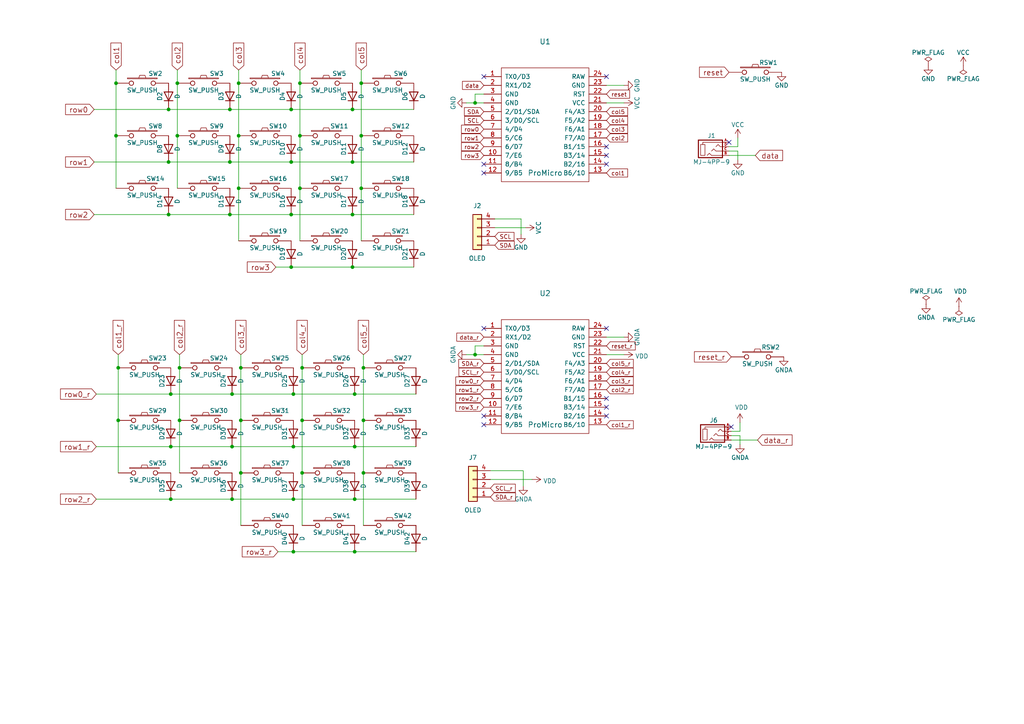
<source format=kicad_sch>
(kicad_sch (version 20211123) (generator eeschema)
  (paper "A4")
  (title_block (title "Corne Light") (date "2020-10-13") (rev "2.0") (company "foostan"))
  (lib_symbols
    (symbol "Connector_Generic:Conn_01x04" (pin_names (offset 1.016) hide)
      (property "Reference" "J" (at 0 5.08 0))
      (property "Value" "Conn_01x04" (at 0 -7.62 0))
      (symbol "Conn_01x04_1_1"
        (rectangle (start -1.27 -4.953) (end 0 -5.207) (stroke (width 0.1524)))
        (rectangle (start -1.27 -2.413) (end 0 -2.667) (stroke (width 0.1524)))
        (rectangle (start -1.27 0.127) (end 0 -0.127) (stroke (width 0.1524)))
        (rectangle (start -1.27 2.667) (end 0 2.413) (stroke (width 0.1524)))
        (rectangle (start -1.27 3.81) (end 1.27 -6.35) (stroke (width 0.254)) (fill (type background)))
        (pin passive line (at -5.08 2.54 0) (length 3.81) (name "Pin_1") (number "1"))
        (pin passive line (at -5.08 0 0) (length 3.81) (name "Pin_2") (number "2"))
        (pin passive line (at -5.08 -2.54 0) (length 3.81) (name "Pin_3") (number "3"))
        (pin passive line (at -5.08 -5.08 0) (length 3.81) (name "Pin_4") (number "4"))
      )
    )
    (symbol "Device:D" (pin_numbers hide) (pin_names (offset 1.016) hide)
      (property "Reference" "D" (at 0 2.54 0))
      (property "Value" "D" (at 0 -2.54 0))
      (symbol "D_0_1"
        (polyline (pts (xy -1.27 1.27) (xy -1.27 -1.27)) (stroke (width 0.254)))
        (polyline (pts (xy 1.27 0) (xy -1.27 0)))
        (polyline (pts (xy 1.27 1.27) (xy 1.27 -1.27) (xy -1.27 0) (xy 1.27 1.27)) (stroke (width 0.254)))
      )
      (symbol "D_1_1"
        (pin passive line (at -3.81 0 0) (length 2.54) (name "K") (number "1"))
        (pin passive line (at 3.81 0 180) (length 2.54) (name "A") (number "2"))
      )
    )
    (symbol "kbd:MJ-4PP-9" (pin_names (offset 1.016))
      (property "Reference" "J" (at 0 3.81 0))
      (property "Value" "MJ-4PP-9" (at 0 -3.81 0))
      (symbol "MJ-4PP-9_0_1"
        (rectangle (start -1.905 -1.905) (end -3.175 1.27))
        (polyline (pts (xy -2.54 1.27) (xy -2.54 1.905) (xy 3.175 1.905)))
        (polyline (pts (xy -1.27 -1.905) (xy -0.635 -1.27) (xy 0 -1.905) (xy 3.175 -1.905)))
        (polyline (pts (xy 0 -0.635) (xy 0.635 0) (xy 1.27 -0.635) (xy 3.175 -0.635)))
        (polyline (pts (xy 1.27 0.635) (xy 1.905 1.27) (xy 2.54 0.635) (xy 3.175 0.635)))
        (rectangle (start 3.175 2.54) (end -3.81 -2.54) (stroke (width 0.3048)))
      )
      (symbol "MJ-4PP-9_1_1"
        (pin input line (at 5.08 1.905 180) (length 2.0066) (name "~") (number "A"))
        (pin input line (at 5.08 -1.905 180) (length 2.0066) (name "~") (number "B"))
        (pin input line (at 5.08 -0.635 180) (length 2.0066) (name "~") (number "C"))
        (pin input line (at 5.08 0.635 180) (length 2.0066) (name "~") (number "D"))
      )
    )
    (symbol "kbd:ProMicro" (pin_names (offset 1.016))
      (property "Reference" "U" (at 0 19.05 0))
      (property "Value" "ProMicro" (at 0 -19.05 0))
      (symbol "ProMicro_0_1"
        (rectangle (start -12.7 16.51) (end 12.7 -16.51))
      )
      (symbol "ProMicro_1_1"
        (pin bidirectional line (at -17.78 13.97 0) (length 5.08) (name "TX0/D3") (number "1"))
        (pin bidirectional line (at -17.78 -8.89 0) (length 5.08) (name "7/E6") (number "10"))
        (pin bidirectional line (at -17.78 -11.43 0) (length 5.08) (name "8/B4") (number "11"))
        (pin bidirectional line (at -17.78 -13.97 0) (length 5.08) (name "9/B5") (number "12"))
        (pin bidirectional line (at 17.78 -13.97 180) (length 5.08) (name "B6/10") (number "13"))
        (pin bidirectional line (at 17.78 -11.43 180) (length 5.08) (name "B2/16") (number "14"))
        (pin bidirectional line (at 17.78 -8.89 180) (length 5.08) (name "B3/14") (number "15"))
        (pin bidirectional line (at 17.78 -6.35 180) (length 5.08) (name "B1/15") (number "16"))
        (pin bidirectional line (at 17.78 -3.81 180) (length 5.08) (name "F7/A0") (number "17"))
        (pin bidirectional line (at 17.78 -1.27 180) (length 5.08) (name "F6/A1") (number "18"))
        (pin bidirectional line (at 17.78 1.27 180) (length 5.08) (name "F5/A2") (number "19"))
        (pin bidirectional line (at -17.78 11.43 0) (length 5.08) (name "RX1/D2") (number "2"))
        (pin bidirectional line (at 17.78 3.81 180) (length 5.08) (name "F4/A3") (number "20"))
        (pin power_in line (at 17.78 6.35 180) (length 5.08) (name "VCC") (number "21"))
        (pin input line (at 17.78 8.89 180) (length 5.08) (name "RST") (number "22"))
        (pin power_in line (at 17.78 11.43 180) (length 5.08) (name "GND") (number "23"))
        (pin power_out line (at 17.78 13.97 180) (length 5.08) (name "RAW") (number "24"))
        (pin power_in line (at -17.78 8.89 0) (length 5.08) (name "GND") (number "3"))
        (pin power_in line (at -17.78 6.35 0) (length 5.08) (name "GND") (number "4"))
        (pin bidirectional line (at -17.78 3.81 0) (length 5.08) (name "2/D1/SDA") (number "5"))
        (pin bidirectional line (at -17.78 1.27 0) (length 5.08) (name "3/D0/SCL") (number "6"))
        (pin bidirectional line (at -17.78 -1.27 0) (length 5.08) (name "4/D4") (number "7"))
        (pin bidirectional line (at -17.78 -3.81 0) (length 5.08) (name "5/C6") (number "8"))
        (pin bidirectional line (at -17.78 -6.35 0) (length 5.08) (name "6/D7") (number "9"))
      )
    )
    (symbol "kbd:SW_PUSH" (pin_numbers hide) (pin_names (offset 1.016) hide)
      (property "Reference" "SW" (at 3.81 2.794 0))
      (property "Value" "SW_PUSH" (at 0 -2.032 0))
      (symbol "SW_PUSH_0_1"
        (rectangle (start -4.318 1.27) (end 4.318 1.524))
        (polyline (pts (xy -1.016 1.524) (xy -0.762 2.286) (xy 0.762 2.286) (xy 1.016 1.524)))
        (pin passive inverted (at -7.62 0 0) (length 5.08) (name "1") (number "1"))
        (pin passive inverted (at 7.62 0 180) (length 5.08) (name "2") (number "2"))
      )
    )
    (symbol "power:GND" (power) (pin_names (offset 0))
      (property "Value" "GND" (at 0 -3.81 0))
      (symbol "GND_0_1"
        (polyline (pts (xy 0 0) (xy 0 -1.27) (xy 1.27 -1.27) (xy 0 -2.54) (xy -1.27 -1.27) (xy 0 -1.27)))
      )
      (symbol "GND_1_1"
        (pin power_in line (at 0 0 270) (length 0) hide (name "GND") (number "1"))
      )
    )
    (symbol "power:GNDA" (power) (pin_names (offset 0))
      (property "Value" "GNDA" (at 0 -3.81 0))
      (symbol "GNDA_0_1"
        (polyline (pts (xy 0 0) (xy 0 -1.27) (xy 1.27 -1.27) (xy 0 -2.54) (xy -1.27 -1.27) (xy 0 -1.27)))
      )
      (symbol "GNDA_1_1"
        (pin power_in line (at 0 0 270) (length 0) hide (name "GNDA") (number "1"))
      )
    )
    (symbol "power:PWR_FLAG" (power) (pin_numbers hide) (pin_names (offset 0) hide)
      (property "Value" "PWR_FLAG" (at 0 3.81 0))
      (symbol "PWR_FLAG_0_0"
        (pin power_out line (at 0 0 90) (length 0) (name "pwr") (number "1"))
      )
      (symbol "PWR_FLAG_0_1"
        (polyline (pts (xy 0 0) (xy 0 1.27) (xy -1.016 1.905) (xy 0 2.54) (xy 1.016 1.905) (xy 0 1.27)))
      )
    )
    (symbol "power:VCC" (power) (pin_names (offset 0))
      (property "Value" "VCC" (at 0 3.81 0))
      (symbol "VCC_0_1"
        (polyline (pts (xy -0.762 1.27) (xy 0 2.54)))
        (polyline (pts (xy 0 0) (xy 0 2.54)))
        (polyline (pts (xy 0 2.54) (xy 0.762 1.27)))
      )
      (symbol "VCC_1_1"
        (pin power_in line (at 0 0 90) (length 0) hide (name "VCC") (number "1"))
      )
    )
    (symbol "power:VDD" (power) (pin_names (offset 0))
      (property "Value" "VDD" (at 0 3.81 0))
      (symbol "VDD_0_1"
        (polyline (pts (xy -0.762 1.27) (xy 0 2.54)))
        (polyline (pts (xy 0 0) (xy 0 2.54)))
        (polyline (pts (xy 0 2.54) (xy 0.762 1.27)))
      )
      (symbol "VDD_1_1"
        (pin power_in line (at 0 0 90) (length 0) hide (name "VDD") (number "1"))
      )
    )
  )
  (junction (at 102.87 144.78))
  (junction (at 87.63 121.92))
  (junction (at 102.87 114.3))
  (junction (at 102.235 31.75))
  (junction (at 67.31 129.54))
  (junction (at 66.675 31.75))
  (junction (at 86.995 24.13))
  (junction (at 137.795 29.845))
  (junction (at 66.675 46.99))
  (junction (at 33.655 24.13))
  (junction (at 52.07 121.92))
  (junction (at 69.85 106.68))
  (junction (at 48.895 46.99))
  (junction (at 66.675 62.23))
  (junction (at 48.895 31.75))
  (junction (at 105.41 121.92))
  (junction (at 51.435 24.13))
  (junction (at 34.29 106.68))
  (junction (at 69.85 121.92))
  (junction (at 67.31 144.78))
  (junction (at 84.455 77.47))
  (junction (at 87.63 106.68))
  (junction (at 69.215 54.61))
  (junction (at 48.895 62.23))
  (junction (at 86.995 54.61))
  (junction (at 49.53 114.3))
  (junction (at 105.41 137.16))
  (junction (at 52.07 106.68))
  (junction (at 102.235 46.99))
  (junction (at 34.29 121.92))
  (junction (at 49.53 144.78))
  (junction (at 84.455 31.75))
  (junction (at 87.63 137.16))
  (junction (at 102.87 160.02))
  (junction (at 84.455 46.99))
  (junction (at 84.455 62.23))
  (junction (at 104.775 39.37))
  (junction (at 85.09 144.78))
  (junction (at 69.85 137.16))
  (junction (at 102.235 77.47))
  (junction (at 33.655 39.37))
  (junction (at 102.87 129.54))
  (junction (at 102.235 62.23))
  (junction (at 69.215 24.13))
  (junction (at 137.795 102.87))
  (junction (at 49.53 129.54))
  (junction (at 86.995 39.37))
  (junction (at 104.775 54.61))
  (junction (at 85.09 114.3))
  (junction (at 69.215 39.37))
  (junction (at 67.31 114.3))
  (junction (at 105.41 106.68))
  (junction (at 104.775 24.13))
  (junction (at 85.09 160.02))
  (junction (at 85.09 129.54))
  (junction (at 51.435 39.37))
  (no_connect (at 140.335 95.25))
  (no_connect (at 175.895 118.11))
  (no_connect (at 211.455 41.275))
  (no_connect (at 6.35 -20.955))
  (no_connect (at 140.335 22.225))
  (no_connect (at 175.895 115.57))
  (no_connect (at 140.335 123.19))
  (no_connect (at 175.895 95.25))
  (no_connect (at 212.09 123.825))
  (no_connect (at 175.895 42.545))
  (no_connect (at 140.335 47.625))
  (no_connect (at 140.335 120.65))
  (no_connect (at 175.895 120.65))
  (no_connect (at 140.335 50.165))
  (no_connect (at 175.895 47.625))
  (no_connect (at 175.895 22.225))
  (no_connect (at 175.895 45.085))
  (wire (pts (xy 105.41 121.92) (xy 105.41 137.16)))
  (wire (pts (xy 104.775 20.32) (xy 104.775 24.13)))
  (wire (pts (xy 85.09 114.3) (xy 102.87 114.3)))
  (wire (pts (xy 80.01 77.47) (xy 84.455 77.47)))
  (wire (pts (xy 102.87 129.54) (xy 120.65 129.54)))
  (wire (pts (xy 104.775 54.61) (xy 104.775 69.85)))
  (wire (pts (xy 151.765 136.525) (xy 151.765 140.97)))
  (wire (pts (xy 66.675 31.75) (xy 84.455 31.75)))
  (wire (pts (xy 175.895 29.845) (xy 180.975 29.845)))
  (wire (pts (xy 137.795 29.845) (xy 140.335 29.845)))
  (wire (pts (xy 84.455 46.99) (xy 102.235 46.99)))
  (wire (pts (xy 102.87 144.78) (xy 120.65 144.78)))
  (wire (pts (xy 137.795 27.305) (xy 137.795 29.845)))
  (wire (pts (xy 69.215 54.61) (xy 69.215 69.85)))
  (wire (pts (xy 214.63 126.365) (xy 214.63 128.905)))
  (wire (pts (xy 27.94 144.78) (xy 49.53 144.78)))
  (wire (pts (xy 69.85 106.68) (xy 69.85 121.92)))
  (wire (pts (xy 102.235 62.23) (xy 120.015 62.23)))
  (wire (pts (xy 140.335 100.33) (xy 137.795 100.33)))
  (wire (pts (xy 69.215 39.37) (xy 69.215 54.61)))
  (wire (pts (xy 104.775 24.13) (xy 104.775 39.37)))
  (wire (pts (xy 175.895 24.765) (xy 180.975 24.765)))
  (wire (pts (xy 49.53 144.78) (xy 67.31 144.78)))
  (wire (pts (xy 211.455 45.085) (xy 219.075 45.085)))
  (wire (pts (xy 69.85 102.87) (xy 69.85 106.68)))
  (wire (pts (xy 135.255 102.87) (xy 137.795 102.87)))
  (wire (pts (xy 33.655 20.32) (xy 33.655 24.13)))
  (wire (pts (xy 80.645 160.02) (xy 85.09 160.02)))
  (wire (pts (xy 142.24 139.065) (xy 154.305 139.065)))
  (wire (pts (xy 66.675 46.99) (xy 84.455 46.99)))
  (wire (pts (xy 66.675 62.23) (xy 84.455 62.23)))
  (wire (pts (xy 105.41 137.16) (xy 105.41 152.4)))
  (wire (pts (xy 86.995 54.61) (xy 86.995 69.85)))
  (wire (pts (xy 69.85 137.16) (xy 69.85 152.4)))
  (wire (pts (xy 69.85 121.92) (xy 69.85 137.16)))
  (wire (pts (xy 151.13 63.5) (xy 143.51 63.5)))
  (wire (pts (xy 52.07 102.87) (xy 52.07 106.68)))
  (wire (pts (xy 27.305 31.75) (xy 48.895 31.75)))
  (wire (pts (xy 48.895 62.23) (xy 66.675 62.23)))
  (wire (pts (xy 49.53 129.54) (xy 67.31 129.54)))
  (wire (pts (xy 86.995 20.32) (xy 86.995 24.13)))
  (wire (pts (xy 102.87 160.02) (xy 120.65 160.02)))
  (wire (pts (xy 27.94 129.54) (xy 49.53 129.54)))
  (wire (pts (xy 67.31 129.54) (xy 85.09 129.54)))
  (wire (pts (xy 212.09 125.095) (xy 214.63 125.095)))
  (wire (pts (xy 142.24 136.525) (xy 151.765 136.525)))
  (wire (pts (xy 51.435 20.32) (xy 51.435 24.13)))
  (wire (pts (xy 102.235 46.99) (xy 120.015 46.99)))
  (wire (pts (xy 102.87 114.3) (xy 120.65 114.3)))
  (wire (pts (xy 27.305 62.23) (xy 48.895 62.23)))
  (wire (pts (xy 69.215 20.32) (xy 69.215 24.13)))
  (wire (pts (xy 87.63 137.16) (xy 87.63 152.4)))
  (wire (pts (xy 140.335 27.305) (xy 137.795 27.305)))
  (wire (pts (xy 85.09 160.02) (xy 102.87 160.02)))
  (wire (pts (xy 34.29 121.92) (xy 34.29 137.16)))
  (wire (pts (xy 49.53 114.3) (xy 67.31 114.3)))
  (wire (pts (xy 105.41 102.87) (xy 105.41 106.68)))
  (wire (pts (xy 137.795 100.33) (xy 137.795 102.87)))
  (wire (pts (xy 102.235 77.47) (xy 120.015 77.47)))
  (wire (pts (xy 51.435 39.37) (xy 51.435 54.61)))
  (wire (pts (xy 34.29 106.68) (xy 34.29 121.92)))
  (wire (pts (xy 84.455 31.75) (xy 102.235 31.75)))
  (wire (pts (xy 87.63 102.87) (xy 87.63 106.68)))
  (wire (pts (xy 105.41 106.68) (xy 105.41 121.92)))
  (wire (pts (xy 48.895 31.75) (xy 66.675 31.75)))
  (wire (pts (xy 211.455 42.545) (xy 213.995 42.545)))
  (wire (pts (xy 85.09 129.54) (xy 102.87 129.54)))
  (wire (pts (xy 85.09 144.78) (xy 102.87 144.78)))
  (wire (pts (xy 33.655 39.37) (xy 33.655 54.61)))
  (wire (pts (xy 33.655 24.13) (xy 33.655 39.37)))
  (wire (pts (xy 67.31 144.78) (xy 85.09 144.78)))
  (wire (pts (xy 27.94 114.3) (xy 49.53 114.3)))
  (wire (pts (xy 84.455 62.23) (xy 102.235 62.23)))
  (wire (pts (xy 87.63 106.68) (xy 87.63 121.92)))
  (wire (pts (xy 151.13 67.945) (xy 151.13 63.5)))
  (wire (pts (xy 213.995 43.815) (xy 213.995 46.355)))
  (wire (pts (xy 48.895 46.99) (xy 66.675 46.99)))
  (wire (pts (xy 212.09 126.365) (xy 214.63 126.365)))
  (wire (pts (xy 143.51 66.04) (xy 152.4 66.04)))
  (wire (pts (xy 51.435 24.13) (xy 51.435 39.37)))
  (wire (pts (xy 52.07 121.92) (xy 52.07 137.16)))
  (wire (pts (xy 87.63 121.92) (xy 87.63 137.16)))
  (wire (pts (xy 175.895 102.87) (xy 180.975 102.87)))
  (wire (pts (xy 212.09 127.635) (xy 219.71 127.635)))
  (wire (pts (xy 27.305 46.99) (xy 48.895 46.99)))
  (wire (pts (xy 104.775 39.37) (xy 104.775 54.61)))
  (wire (pts (xy 102.235 31.75) (xy 120.015 31.75)))
  (wire (pts (xy 135.255 29.845) (xy 137.795 29.845)))
  (wire (pts (xy 86.995 39.37) (xy 86.995 54.61)))
  (wire (pts (xy 67.31 114.3) (xy 85.09 114.3)))
  (wire (pts (xy 34.29 102.87) (xy 34.29 106.68)))
  (wire (pts (xy 213.995 42.545) (xy 213.995 40.005)))
  (wire (pts (xy 211.455 43.815) (xy 213.995 43.815)))
  (wire (pts (xy 137.795 102.87) (xy 140.335 102.87)))
  (wire (pts (xy 84.455 77.47) (xy 102.235 77.47)))
  (wire (pts (xy 175.895 97.79) (xy 180.975 97.79)))
  (wire (pts (xy 86.995 24.13) (xy 86.995 39.37)))
  (wire (pts (xy 214.63 125.095) (xy 214.63 122.555)))
  (wire (pts (xy 69.215 24.13) (xy 69.215 39.37)))
  (wire (pts (xy 52.07 106.68) (xy 52.07 121.92)))
  (global_label "reset_r" (shape input) (at 175.895 100.33 0) (effects (font (size 1.1938 1.1938))) (property "Intersheet References" "${INTERSHEET_REFS}" (effects hide)))
  (global_label "col3_r" (shape input) (at 175.895 110.49 0) (effects (font (size 1.1938 1.1938))) (property "Intersheet References" "${INTERSHEET_REFS}" (effects hide)))
  (global_label "SDA_r" (shape input) (at 142.24 144.145 0) (effects (font (size 1.1938 1.1938))) (property "Intersheet References" "${INTERSHEET_REFS}" (effects hide)))
  (global_label "row0_r" (shape input) (at 140.335 110.49 180) (effects (font (size 1.1938 1.1938))) (property "Intersheet References" "${INTERSHEET_REFS}" (effects hide)))
  (global_label "SDA" (shape input) (at 140.335 32.385 180) (effects (font (size 1.1938 1.1938))) (property "Intersheet References" "${INTERSHEET_REFS}" (effects hide)))
  (global_label "col4_r" (shape input) (at 87.63 102.87 90) (effects (font (size 1.524 1.524))) (property "Intersheet References" "${INTERSHEET_REFS}" (effects hide)))
  (global_label "data" (shape input) (at 140.335 24.765 180) (effects (font (size 1.1938 1.1938))) (property "Intersheet References" "${INTERSHEET_REFS}" (effects hide)))
  (global_label "col4_r" (shape input) (at 175.895 107.95 0) (effects (font (size 1.1938 1.1938))) (property "Intersheet References" "${INTERSHEET_REFS}" (effects hide)))
  (global_label "SDA_r" (shape input) (at 140.335 105.41 180) (effects (font (size 1.1938 1.1938))) (property "Intersheet References" "${INTERSHEET_REFS}" (effects hide)))
  (global_label "row1_r" (shape input) (at 140.335 113.03 180) (effects (font (size 1.1938 1.1938))) (property "Intersheet References" "${INTERSHEET_REFS}" (effects hide)))
  (global_label "col2" (shape input) (at 175.895 40.005 0) (effects (font (size 1.1938 1.1938))) (property "Intersheet References" "${INTERSHEET_REFS}" (effects hide)))
  (global_label "SDA" (shape input) (at 143.51 71.12 0) (effects (font (size 1.1938 1.1938))) (property "Intersheet References" "${INTERSHEET_REFS}" (effects hide)))
  (global_label "data_r" (shape input) (at 140.335 97.79 180) (effects (font (size 1.1938 1.1938))) (property "Intersheet References" "${INTERSHEET_REFS}" (effects hide)))
  (global_label "row2" (shape input) (at 27.305 62.23 180) (effects (font (size 1.524 1.524))) (property "Intersheet References" "${INTERSHEET_REFS}" (effects hide)))
  (global_label "data" (shape input) (at 219.075 45.085 0) (effects (font (size 1.524 1.524))) (property "Intersheet References" "${INTERSHEET_REFS}" (effects hide)))
  (global_label "data_r" (shape input) (at 219.71 127.635 0) (effects (font (size 1.524 1.524))) (property "Intersheet References" "${INTERSHEET_REFS}" (effects hide)))
  (global_label "col1" (shape input) (at 33.655 20.32 90) (effects (font (size 1.524 1.524))) (property "Intersheet References" "${INTERSHEET_REFS}" (effects hide)))
  (global_label "SCL" (shape input) (at 143.51 68.58 0) (effects (font (size 1.1938 1.1938))) (property "Intersheet References" "${INTERSHEET_REFS}" (effects hide)))
  (global_label "reset_r" (shape input) (at 212.09 103.505 180) (effects (font (size 1.524 1.524))) (property "Intersheet References" "${INTERSHEET_REFS}" (effects hide)))
  (global_label "col5" (shape input) (at 104.775 20.32 90) (effects (font (size 1.524 1.524))) (property "Intersheet References" "${INTERSHEET_REFS}" (effects hide)))
  (global_label "SCL" (shape input) (at 140.335 34.925 180) (effects (font (size 1.1938 1.1938))) (property "Intersheet References" "${INTERSHEET_REFS}" (effects hide)))
  (global_label "col1_r" (shape input) (at 34.29 102.87 90) (effects (font (size 1.524 1.524))) (property "Intersheet References" "${INTERSHEET_REFS}" (effects hide)))
  (global_label "row3" (shape input) (at 80.01 77.47 180) (effects (font (size 1.524 1.524))) (property "Intersheet References" "${INTERSHEET_REFS}" (effects hide)))
  (global_label "col2_r" (shape input) (at 52.07 102.87 90) (effects (font (size 1.524 1.524))) (property "Intersheet References" "${INTERSHEET_REFS}" (effects hide)))
  (global_label "row2_r" (shape input) (at 27.94 144.78 180) (effects (font (size 1.524 1.524))) (property "Intersheet References" "${INTERSHEET_REFS}" (effects hide)))
  (global_label "col1_r" (shape input) (at 175.895 123.19 0) (effects (font (size 1.1938 1.1938))) (property "Intersheet References" "${INTERSHEET_REFS}" (effects hide)))
  (global_label "row0" (shape input) (at 140.335 37.465 180) (effects (font (size 1.1938 1.1938))) (property "Intersheet References" "${INTERSHEET_REFS}" (effects hide)))
  (global_label "row1" (shape input) (at 140.335 40.005 180) (effects (font (size 1.1938 1.1938))) (property "Intersheet References" "${INTERSHEET_REFS}" (effects hide)))
  (global_label "col2_r" (shape input) (at 175.895 113.03 0) (effects (font (size 1.1938 1.1938))) (property "Intersheet References" "${INTERSHEET_REFS}" (effects hide)))
  (global_label "SCL_r" (shape input) (at 140.335 107.95 180) (effects (font (size 1.1938 1.1938))) (property "Intersheet References" "${INTERSHEET_REFS}" (effects hide)))
  (global_label "row0" (shape input) (at 27.305 31.75 180) (effects (font (size 1.524 1.524))) (property "Intersheet References" "${INTERSHEET_REFS}" (effects hide)))
  (global_label "row2_r" (shape input) (at 140.335 115.57 180) (effects (font (size 1.1938 1.1938))) (property "Intersheet References" "${INTERSHEET_REFS}" (effects hide)))
  (global_label "col5_r" (shape input) (at 105.41 102.87 90) (effects (font (size 1.524 1.524))) (property "Intersheet References" "${INTERSHEET_REFS}" (effects hide)))
  (global_label "row3_r" (shape input) (at 140.335 118.11 180) (effects (font (size 1.1938 1.1938))) (property "Intersheet References" "${INTERSHEET_REFS}" (effects hide)))
  (global_label "col5" (shape input) (at 175.895 32.385 0) (effects (font (size 1.1938 1.1938))) (property "Intersheet References" "${INTERSHEET_REFS}" (effects hide)))
  (global_label "col1" (shape input) (at 175.895 50.165 0) (effects (font (size 1.1938 1.1938))) (property "Intersheet References" "${INTERSHEET_REFS}" (effects hide)))
  (global_label "reset" (shape input) (at 211.455 20.955 180) (effects (font (size 1.524 1.524))) (property "Intersheet References" "${INTERSHEET_REFS}" (effects hide)))
  (global_label "col2" (shape input) (at 51.435 20.32 90) (effects (font (size 1.524 1.524))) (property "Intersheet References" "${INTERSHEET_REFS}" (effects hide)))
  (global_label "row3" (shape input) (at 140.335 45.085 180) (effects (font (size 1.1938 1.1938))) (property "Intersheet References" "${INTERSHEET_REFS}" (effects hide)))
  (global_label "row1_r" (shape input) (at 27.94 129.54 180) (effects (font (size 1.524 1.524))) (property "Intersheet References" "${INTERSHEET_REFS}" (effects hide)))
  (global_label "col4" (shape input) (at 86.995 20.32 90) (effects (font (size 1.524 1.524))) (property "Intersheet References" "${INTERSHEET_REFS}" (effects hide)))
  (global_label "col5_r" (shape input) (at 175.895 105.41 0) (effects (font (size 1.1938 1.1938))) (property "Intersheet References" "${INTERSHEET_REFS}" (effects hide)))
  (global_label "SCL_r" (shape input) (at 142.24 141.605 0) (effects (font (size 1.1938 1.1938))) (property "Intersheet References" "${INTERSHEET_REFS}" (effects hide)))
  (global_label "col4" (shape input) (at 175.895 34.925 0) (effects (font (size 1.1938 1.1938))) (property "Intersheet References" "${INTERSHEET_REFS}" (effects hide)))
  (global_label "col3" (shape input) (at 69.215 20.32 90) (effects (font (size 1.524 1.524))) (property "Intersheet References" "${INTERSHEET_REFS}" (effects hide)))
  (global_label "row1" (shape input) (at 27.305 46.99 180) (effects (font (size 1.524 1.524))) (property "Intersheet References" "${INTERSHEET_REFS}" (effects hide)))
  (global_label "col3" (shape input) (at 175.895 37.465 0) (effects (font (size 1.1938 1.1938))) (property "Intersheet References" "${INTERSHEET_REFS}" (effects hide)))
  (global_label "row3_r" (shape input) (at 80.645 160.02 180) (effects (font (size 1.524 1.524))) (property "Intersheet References" "${INTERSHEET_REFS}" (effects hide)))
  (global_label "reset" (shape input) (at 175.895 27.305 0) (effects (font (size 1.1938 1.1938))) (property "Intersheet References" "${INTERSHEET_REFS}" (effects hide)))
  (global_label "row0_r" (shape input) (at 27.94 114.3 180) (effects (font (size 1.524 1.524))) (property "Intersheet References" "${INTERSHEET_REFS}" (effects hide)))
  (global_label "col3_r" (shape input) (at 69.85 102.87 90) (effects (font (size 1.524 1.524))) (property "Intersheet References" "${INTERSHEET_REFS}" (effects hide)))
  (global_label "row2" (shape input) (at 140.335 42.545 180) (effects (font (size 1.1938 1.1938))) (property "Intersheet References" "${INTERSHEET_REFS}" (effects hide)))
  (symbol (lib_id "kbd:ProMicro") (at 158.115 36.195 0) (unit 1)
    (property "Reference" "U1" (at 158.115 12.065 0) (effects (font (size 1.524 1.524))))
    (property "Value" "ProMicro" (at 158.115 50.165 0) (effects (font (size 1.524 1.524))))
    (property "Footprint" "kbd:ProMicro_v3" (effects hide))
  )
  (symbol (lib_id "kbd:SW_PUSH") (at 41.275 24.13 0) (unit 1)
    (property "Reference" "SW2" (at 45.085 21.336 0))
    (property "Value" "SW_PUSH" (at 41.275 26.162 0))
    (property "Footprint" "kbd:Kailh_PG1232" (effects hide))
  )
  (symbol (lib_id "Device:D") (at 48.895 27.94 90) (unit 1)
    (property "Reference" "D2" (at 46.355 27.94 0))
    (property "Value" "D" (at 51.435 27.94 0))
    (property "Footprint" "kbd:D3_TH" (effects hide))
  )
  (symbol (lib_id "kbd:SW_PUSH") (at 59.055 24.13 0) (unit 1)
    (property "Reference" "SW3" (at 62.865 21.336 0))
    (property "Value" "SW_PUSH" (at 59.055 26.162 0))
    (property "Footprint" "kbd:Kailh_PG1232" (effects hide))
  )
  (symbol (lib_id "Device:D") (at 66.675 27.94 90) (unit 1)
    (property "Reference" "D3" (at 64.135 27.94 0))
    (property "Value" "D" (at 69.215 27.94 0))
    (property "Footprint" "kbd:D3_TH" (effects hide))
  )
  (symbol (lib_id "kbd:SW_PUSH") (at 76.835 24.13 0) (unit 1)
    (property "Reference" "SW4" (at 80.645 21.336 0))
    (property "Value" "SW_PUSH" (at 76.835 26.162 0))
    (property "Footprint" "kbd:Kailh_PG1232" (effects hide))
  )
  (symbol (lib_id "kbd:SW_PUSH") (at 94.615 24.13 0) (unit 1)
    (property "Reference" "SW5" (at 98.425 21.336 0))
    (property "Value" "SW_PUSH" (at 94.615 26.162 0))
    (property "Footprint" "kbd:Kailh_PG1232" (effects hide))
  )
  (symbol (lib_id "kbd:SW_PUSH") (at 112.395 24.13 0) (unit 1)
    (property "Reference" "SW6" (at 116.205 21.336 0))
    (property "Value" "SW_PUSH" (at 112.395 26.162 0))
    (property "Footprint" "kbd:Kailh_PG1232" (effects hide))
  )
  (symbol (lib_id "Device:D") (at 84.455 27.94 90) (unit 1)
    (property "Reference" "D4" (at 81.915 27.94 0))
    (property "Value" "D" (at 86.995 27.94 0))
    (property "Footprint" "kbd:D3_TH" (effects hide))
  )
  (symbol (lib_id "Device:D") (at 102.235 27.94 90) (unit 1)
    (property "Reference" "D5" (at 99.695 27.94 0))
    (property "Value" "D" (at 104.775 27.94 0))
    (property "Footprint" "kbd:D3_TH" (effects hide))
  )
  (symbol (lib_id "Device:D") (at 120.015 27.94 90) (unit 1)
    (property "Reference" "D6" (at 117.475 27.94 0))
    (property "Value" "D" (at 122.555 27.94 0))
    (property "Footprint" "kbd:D3_TH" (effects hide))
  )
  (symbol (lib_id "kbd:SW_PUSH") (at 41.275 39.37 0) (unit 1)
    (property "Reference" "SW8" (at 45.085 36.576 0))
    (property "Value" "SW_PUSH" (at 41.275 41.402 0))
    (property "Footprint" "kbd:Kailh_PG1232" (effects hide))
  )
  (symbol (lib_id "Device:D") (at 48.895 43.18 90) (unit 1)
    (property "Reference" "D8" (at 46.355 43.18 0))
    (property "Value" "D" (at 51.435 43.18 0))
    (property "Footprint" "kbd:D3_TH" (effects hide))
  )
  (symbol (lib_id "kbd:SW_PUSH") (at 59.055 39.37 0) (unit 1)
    (property "Reference" "SW9" (at 62.865 36.576 0))
    (property "Value" "SW_PUSH" (at 59.055 41.402 0))
    (property "Footprint" "kbd:Kailh_PG1232" (effects hide))
  )
  (symbol (lib_id "Device:D") (at 66.675 43.18 90) (unit 1)
    (property "Reference" "D9" (at 64.135 43.18 0))
    (property "Value" "D" (at 69.215 43.18 0))
    (property "Footprint" "kbd:D3_TH" (effects hide))
  )
  (symbol (lib_id "kbd:SW_PUSH") (at 76.835 39.37 0) (unit 1)
    (property "Reference" "SW10" (at 80.645 36.576 0))
    (property "Value" "SW_PUSH" (at 76.835 41.402 0))
    (property "Footprint" "kbd:Kailh_PG1232" (effects hide))
  )
  (symbol (lib_id "kbd:SW_PUSH") (at 94.615 39.37 0) (unit 1)
    (property "Reference" "SW11" (at 98.425 36.576 0))
    (property "Value" "SW_PUSH" (at 94.615 41.402 0))
    (property "Footprint" "kbd:Kailh_PG1232" (effects hide))
  )
  (symbol (lib_id "kbd:SW_PUSH") (at 112.395 39.37 0) (unit 1)
    (property "Reference" "SW12" (at 116.205 36.576 0))
    (property "Value" "SW_PUSH" (at 112.395 41.402 0))
    (property "Footprint" "kbd:Kailh_PG1232" (effects hide))
  )
  (symbol (lib_id "Device:D") (at 84.455 43.18 90) (unit 1)
    (property "Reference" "D10" (at 81.915 43.18 0))
    (property "Value" "D" (at 86.995 43.18 0))
    (property "Footprint" "kbd:D3_TH" (effects hide))
  )
  (symbol (lib_id "Device:D") (at 102.235 43.18 90) (unit 1)
    (property "Reference" "D11" (at 99.695 43.18 0))
    (property "Value" "D" (at 104.775 43.18 0))
    (property "Footprint" "kbd:D3_TH" (effects hide))
  )
  (symbol (lib_id "Device:D") (at 120.015 43.18 90) (unit 1)
    (property "Reference" "D12" (at 117.475 43.18 0))
    (property "Value" "D" (at 122.555 43.18 0))
    (property "Footprint" "kbd:D3_TH" (effects hide))
  )
  (symbol (lib_id "kbd:SW_PUSH") (at 41.275 54.61 0) (unit 1)
    (property "Reference" "SW14" (at 45.085 51.816 0))
    (property "Value" "SW_PUSH" (at 41.275 56.642 0))
    (property "Footprint" "kbd:Kailh_PG1232" (effects hide))
  )
  (symbol (lib_id "Device:D") (at 48.895 58.42 90) (unit 1)
    (property "Reference" "D14" (at 46.355 58.42 0))
    (property "Value" "D" (at 51.435 58.42 0))
    (property "Footprint" "kbd:D3_TH" (effects hide))
  )
  (symbol (lib_id "kbd:SW_PUSH") (at 59.055 54.61 0) (unit 1)
    (property "Reference" "SW15" (at 62.865 51.816 0))
    (property "Value" "SW_PUSH" (at 59.055 56.642 0))
    (property "Footprint" "kbd:Kailh_PG1232" (effects hide))
  )
  (symbol (lib_id "Device:D") (at 66.675 58.42 90) (unit 1)
    (property "Reference" "D15" (at 64.135 58.42 0))
    (property "Value" "D" (at 69.215 58.42 0))
    (property "Footprint" "kbd:D3_TH" (effects hide))
  )
  (symbol (lib_id "kbd:SW_PUSH") (at 76.835 54.61 0) (unit 1)
    (property "Reference" "SW16" (at 80.645 51.816 0))
    (property "Value" "SW_PUSH" (at 76.835 56.642 0))
    (property "Footprint" "kbd:Kailh_PG1232" (effects hide))
  )
  (symbol (lib_id "kbd:SW_PUSH") (at 94.615 54.61 0) (unit 1)
    (property "Reference" "SW17" (at 98.425 51.816 0))
    (property "Value" "SW_PUSH" (at 94.615 56.642 0))
    (property "Footprint" "kbd:Kailh_PG1232" (effects hide))
  )
  (symbol (lib_id "kbd:SW_PUSH") (at 112.395 54.61 0) (unit 1)
    (property "Reference" "SW18" (at 116.205 51.816 0))
    (property "Value" "SW_PUSH" (at 112.395 56.642 0))
    (property "Footprint" "kbd:Kailh_PG1232" (effects hide))
  )
  (symbol (lib_id "Device:D") (at 84.455 58.42 90) (unit 1)
    (property "Reference" "D16" (at 81.915 58.42 0))
    (property "Value" "D" (at 86.995 58.42 0))
    (property "Footprint" "kbd:D3_TH" (effects hide))
  )
  (symbol (lib_id "Device:D") (at 102.235 58.42 90) (unit 1)
    (property "Reference" "D17" (at 99.695 58.42 0))
    (property "Value" "D" (at 104.775 58.42 0))
    (property "Footprint" "kbd:D3_TH" (effects hide))
  )
  (symbol (lib_id "Device:D") (at 120.015 58.42 90) (unit 1)
    (property "Reference" "D18" (at 117.475 58.42 0))
    (property "Value" "D" (at 122.555 58.42 0))
    (property "Footprint" "kbd:D3_TH" (effects hide))
  )
  (symbol (lib_id "kbd:SW_PUSH") (at 94.615 69.85 0) (unit 1)
    (property "Reference" "SW20" (at 98.425 67.056 0))
    (property "Value" "SW_PUSH" (at 94.615 71.882 0))
    (property "Footprint" "kbd:Kailh_PG1232" (effects hide))
  )
  (symbol (lib_id "Device:D") (at 102.235 73.66 90) (unit 1)
    (property "Reference" "D20" (at 99.695 73.66 0))
    (property "Value" "D" (at 104.775 73.66 0))
    (property "Footprint" "kbd:D3_TH" (effects hide))
  )
  (symbol (lib_id "kbd:SW_PUSH") (at 112.395 69.85 0) (unit 1)
    (property "Reference" "SW21" (at 116.205 67.056 0))
    (property "Value" "SW_PUSH" (at 112.395 71.882 0))
    (property "Footprint" "kbd:Kailh_PG1232" (effects hide))
  )
  (symbol (lib_id "Device:D") (at 120.015 73.66 90) (unit 1)
    (property "Reference" "D21" (at 117.475 73.66 0))
    (property "Value" "D" (at 122.555 73.66 0))
    (property "Footprint" "kbd:D3_TH" (effects hide))
  )
  (symbol (lib_id "kbd:SW_PUSH") (at 76.835 69.85 0) (unit 1)
    (property "Reference" "SW19" (at 80.645 67.056 0))
    (property "Value" "SW_PUSH" (at 76.835 71.882 0))
    (property "Footprint" "kbd:Kailh_PG1232" (effects hide))
  )
  (symbol (lib_id "Device:D") (at 84.455 73.66 90) (unit 1)
    (property "Reference" "D19" (at 81.915 73.66 0))
    (property "Value" "D" (at 86.995 73.66 0))
    (property "Footprint" "kbd:D3_TH" (effects hide))
  )
  (symbol (lib_id "power:GND") (at 180.975 24.765 90) (unit 1)
    (property "Reference" "#PWR03" (effects hide))
    (property "Value" "GND" (at 184.785 24.765 0))
  )
  (symbol (lib_id "power:VCC") (at 180.975 29.845 270) (unit 1)
    (property "Reference" "#PWR05" (effects hide))
    (property "Value" "VCC" (at 184.785 29.845 0))
  )
  (symbol (lib_id "power:GND") (at 135.255 29.845 270) (unit 1)
    (property "Reference" "#PWR04" (effects hide))
    (property "Value" "GND" (at 131.445 29.845 0))
  )
  (symbol (lib_id "power:GND") (at 269.24 19.05 0) (unit 1)
    (property "Reference" "#PWR01" (effects hide))
    (property "Value" "GND" (at 269.24 22.86 0))
  )
  (symbol (lib_id "power:VCC") (at 279.4 19.05 0) (unit 1)
    (property "Reference" "#PWR02" (effects hide))
    (property "Value" "VCC" (at 279.4 15.24 0))
  )
  (symbol (lib_id "power:PWR_FLAG") (at 279.4 19.05 180) (unit 1)
    (property "Reference" "#FLG02" (effects hide))
    (property "Value" "PWR_FLAG" (at 279.4 22.86 0))
  )
  (symbol (lib_id "power:PWR_FLAG") (at 269.24 19.05 0) (unit 1)
    (property "Reference" "#FLG01" (effects hide))
    (property "Value" "PWR_FLAG" (at 269.24 15.24 0))
  )
  (symbol (lib_id "kbd:SW_PUSH") (at 219.075 20.955 0) (unit 1)
    (property "Reference" "RSW1" (at 222.885 18.161 0))
    (property "Value" "SW_PUSH" (at 219.075 22.987 0))
    (property "Footprint" "kbd:ResetSW_1side" (effects hide))
  )
  (symbol (lib_id "power:GND") (at 226.695 20.955 0) (unit 1)
    (property "Reference" "#PWR07" (effects hide))
    (property "Value" "GND" (at 226.695 24.765 0))
  )
  (symbol (lib_id "power:VCC") (at 213.995 40.005 0) (unit 1)
    (property "Reference" "#PWR06" (effects hide))
    (property "Value" "VCC" (at 213.995 36.195 0))
  )
  (symbol (lib_id "power:GND") (at 213.995 46.355 0) (unit 1)
    (property "Reference" "#PWR08" (effects hide))
    (property "Value" "GND" (at 213.995 50.165 0))
  )
  (symbol (lib_id "Connector_Generic:Conn_01x04") (at 138.43 68.58 180) (unit 1)
    (property "Reference" "J2" (at 138.43 59.69 0))
    (property "Value" "OLED" (at 138.43 74.93 0))
    (property "Footprint" "kbd:OLED_1side" (effects hide))
  )
  (symbol (lib_id "power:GND") (at 151.13 67.945 0) (unit 1)
    (property "Reference" "#PWR019" (effects hide))
    (property "Value" "GND" (at 151.13 71.755 0))
  )
  (symbol (lib_id "power:VCC") (at 152.4 66.04 270) (unit 1)
    (property "Reference" "#PWR018" (effects hide))
    (property "Value" "VCC" (at 156.21 66.04 0))
  )
  (symbol (lib_id "kbd:MJ-4PP-9") (at 206.375 43.18 0) (unit 1)
    (property "Reference" "J1" (at 206.375 39.37 0))
    (property "Value" "MJ-4PP-9" (at 206.375 46.99 0))
    (property "Footprint" "kbd:MJ-4PP-9_1side" (effects hide))
  )
  (symbol (lib_id "kbd:ProMicro") (at 158.115 109.22 0) (unit 1)
    (property "Reference" "U2" (at 158.115 85.09 0) (effects (font (size 1.524 1.524))))
    (property "Value" "ProMicro" (at 158.115 123.19 0) (effects (font (size 1.524 1.524))))
    (property "Footprint" "kbd:ProMicro_v3" (effects hide))
  )
  (symbol (lib_id "kbd:SW_PUSH") (at 41.91 106.68 0) (unit 1)
    (property "Reference" "SW23" (at 45.72 103.886 0))
    (property "Value" "SW_PUSH" (at 41.91 108.712 0))
    (property "Footprint" "kbd:Kailh_PG1232" (effects hide))
  )
  (symbol (lib_id "Device:D") (at 49.53 110.49 90) (unit 1)
    (property "Reference" "D23" (at 46.99 110.49 0))
    (property "Value" "D" (at 52.07 110.49 0))
    (property "Footprint" "kbd:D3_TH" (effects hide))
  )
  (symbol (lib_id "kbd:SW_PUSH") (at 59.69 106.68 0) (unit 1)
    (property "Reference" "SW24" (at 63.5 103.886 0))
    (property "Value" "SW_PUSH" (at 59.69 108.712 0))
    (property "Footprint" "kbd:Kailh_PG1232" (effects hide))
  )
  (symbol (lib_id "Device:D") (at 67.31 110.49 90) (unit 1)
    (property "Reference" "D24" (at 64.77 110.49 0))
    (property "Value" "D" (at 69.85 110.49 0))
    (property "Footprint" "kbd:D3_TH" (effects hide))
  )
  (symbol (lib_id "kbd:SW_PUSH") (at 77.47 106.68 0) (unit 1)
    (property "Reference" "SW25" (at 81.28 103.886 0))
    (property "Value" "SW_PUSH" (at 77.47 108.712 0))
    (property "Footprint" "kbd:Kailh_PG1232" (effects hide))
  )
  (symbol (lib_id "kbd:SW_PUSH") (at 95.25 106.68 0) (unit 1)
    (property "Reference" "SW26" (at 99.06 103.886 0))
    (property "Value" "SW_PUSH" (at 95.25 108.712 0))
    (property "Footprint" "kbd:Kailh_PG1232" (effects hide))
  )
  (symbol (lib_id "kbd:SW_PUSH") (at 113.03 106.68 0) (unit 1)
    (property "Reference" "SW27" (at 116.84 103.886 0))
    (property "Value" "SW_PUSH" (at 113.03 108.712 0))
    (property "Footprint" "kbd:Kailh_PG1232" (effects hide))
  )
  (symbol (lib_id "Device:D") (at 85.09 110.49 90) (unit 1)
    (property "Reference" "D25" (at 82.55 110.49 0))
    (property "Value" "D" (at 87.63 110.49 0))
    (property "Footprint" "kbd:D3_TH" (effects hide))
  )
  (symbol (lib_id "Device:D") (at 102.87 110.49 90) (unit 1)
    (property "Reference" "D26" (at 100.33 110.49 0))
    (property "Value" "D" (at 105.41 110.49 0))
    (property "Footprint" "kbd:D3_TH" (effects hide))
  )
  (symbol (lib_id "Device:D") (at 120.65 110.49 90) (unit 1)
    (property "Reference" "D27" (at 118.11 110.49 0))
    (property "Value" "D" (at 123.19 110.49 0))
    (property "Footprint" "kbd:D3_TH" (effects hide))
  )
  (symbol (lib_id "kbd:SW_PUSH") (at 41.91 121.92 0) (unit 1)
    (property "Reference" "SW29" (at 45.72 119.126 0))
    (property "Value" "SW_PUSH" (at 41.91 123.952 0))
    (property "Footprint" "kbd:Kailh_PG1232" (effects hide))
  )
  (symbol (lib_id "Device:D") (at 49.53 125.73 90) (unit 1)
    (property "Reference" "D29" (at 46.99 125.73 0))
    (property "Value" "D" (at 52.07 125.73 0))
    (property "Footprint" "kbd:D3_TH" (effects hide))
  )
  (symbol (lib_id "kbd:SW_PUSH") (at 59.69 121.92 0) (unit 1)
    (property "Reference" "SW30" (at 63.5 119.126 0))
    (property "Value" "SW_PUSH" (at 59.69 123.952 0))
    (property "Footprint" "kbd:Kailh_PG1232" (effects hide))
  )
  (symbol (lib_id "Device:D") (at 67.31 125.73 90) (unit 1)
    (property "Reference" "D30" (at 64.77 125.73 0))
    (property "Value" "D" (at 69.85 125.73 0))
    (property "Footprint" "kbd:D3_TH" (effects hide))
  )
  (symbol (lib_id "kbd:SW_PUSH") (at 77.47 121.92 0) (unit 1)
    (property "Reference" "SW31" (at 81.28 119.126 0))
    (property "Value" "SW_PUSH" (at 77.47 123.952 0))
    (property "Footprint" "kbd:Kailh_PG1232" (effects hide))
  )
  (symbol (lib_id "kbd:SW_PUSH") (at 95.25 121.92 0) (unit 1)
    (property "Reference" "SW32" (at 99.06 119.126 0))
    (property "Value" "SW_PUSH" (at 95.25 123.952 0))
    (property "Footprint" "kbd:Kailh_PG1232" (effects hide))
  )
  (symbol (lib_id "kbd:SW_PUSH") (at 113.03 121.92 0) (unit 1)
    (property "Reference" "SW33" (at 116.84 119.126 0))
    (property "Value" "SW_PUSH" (at 113.03 123.952 0))
    (property "Footprint" "kbd:Kailh_PG1232" (effects hide))
  )
  (symbol (lib_id "Device:D") (at 85.09 125.73 90) (unit 1)
    (property "Reference" "D31" (at 82.55 125.73 0))
    (property "Value" "D" (at 87.63 125.73 0))
    (property "Footprint" "kbd:D3_TH" (effects hide))
  )
  (symbol (lib_id "Device:D") (at 102.87 125.73 90) (unit 1)
    (property "Reference" "D32" (at 100.33 125.73 0))
    (property "Value" "D" (at 105.41 125.73 0))
    (property "Footprint" "kbd:D3_TH" (effects hide))
  )
  (symbol (lib_id "Device:D") (at 120.65 125.73 90) (unit 1)
    (property "Reference" "D33" (at 118.11 125.73 0))
    (property "Value" "D" (at 123.19 125.73 0))
    (property "Footprint" "kbd:D3_TH" (effects hide))
  )
  (symbol (lib_id "kbd:SW_PUSH") (at 41.91 137.16 0) (unit 1)
    (property "Reference" "SW35" (at 45.72 134.366 0))
    (property "Value" "SW_PUSH" (at 41.91 139.192 0))
    (property "Footprint" "kbd:Kailh_PG1232" (effects hide))
  )
  (symbol (lib_id "Device:D") (at 49.53 140.97 90) (unit 1)
    (property "Reference" "D35" (at 46.99 140.97 0))
    (property "Value" "D" (at 52.07 140.97 0))
    (property "Footprint" "kbd:D3_TH" (effects hide))
  )
  (symbol (lib_id "kbd:SW_PUSH") (at 59.69 137.16 0) (unit 1)
    (property "Reference" "SW36" (at 63.5 134.366 0))
    (property "Value" "SW_PUSH" (at 59.69 139.192 0))
    (property "Footprint" "kbd:Kailh_PG1232" (effects hide))
  )
  (symbol (lib_id "Device:D") (at 67.31 140.97 90) (unit 1)
    (property "Reference" "D36" (at 64.77 140.97 0))
    (property "Value" "D" (at 69.85 140.97 0))
    (property "Footprint" "kbd:D3_TH" (effects hide))
  )
  (symbol (lib_id "kbd:SW_PUSH") (at 77.47 137.16 0) (unit 1)
    (property "Reference" "SW37" (at 81.28 134.366 0))
    (property "Value" "SW_PUSH" (at 77.47 139.192 0))
    (property "Footprint" "kbd:Kailh_PG1232" (effects hide))
  )
  (symbol (lib_id "kbd:SW_PUSH") (at 95.25 137.16 0) (unit 1)
    (property "Reference" "SW38" (at 99.06 134.366 0))
    (property "Value" "SW_PUSH" (at 95.25 139.192 0))
    (property "Footprint" "kbd:Kailh_PG1232" (effects hide))
  )
  (symbol (lib_id "kbd:SW_PUSH") (at 113.03 137.16 0) (unit 1)
    (property "Reference" "SW39" (at 116.84 134.366 0))
    (property "Value" "SW_PUSH" (at 113.03 139.192 0))
    (property "Footprint" "kbd:Kailh_PG1232" (effects hide))
  )
  (symbol (lib_id "Device:D") (at 85.09 140.97 90) (unit 1)
    (property "Reference" "D37" (at 82.55 140.97 0))
    (property "Value" "D" (at 87.63 140.97 0))
    (property "Footprint" "kbd:D3_TH" (effects hide))
  )
  (symbol (lib_id "Device:D") (at 102.87 140.97 90) (unit 1)
    (property "Reference" "D38" (at 100.33 140.97 0))
    (property "Value" "D" (at 105.41 140.97 0))
    (property "Footprint" "kbd:D3_TH" (effects hide))
  )
  (symbol (lib_id "Device:D") (at 120.65 140.97 90) (unit 1)
    (property "Reference" "D39" (at 118.11 140.97 0))
    (property "Value" "D" (at 123.19 140.97 0))
    (property "Footprint" "kbd:D3_TH" (effects hide))
  )
  (symbol (lib_id "kbd:SW_PUSH") (at 95.25 152.4 0) (unit 1)
    (property "Reference" "SW41" (at 99.06 149.606 0))
    (property "Value" "SW_PUSH" (at 95.25 154.432 0))
    (property "Footprint" "kbd:Kailh_PG1232" (effects hide))
  )
  (symbol (lib_id "Device:D") (at 102.87 156.21 90) (unit 1)
    (property "Reference" "D41" (at 100.33 156.21 0))
    (property "Value" "D" (at 105.41 156.21 0))
    (property "Footprint" "kbd:D3_TH" (effects hide))
  )
  (symbol (lib_id "kbd:SW_PUSH") (at 113.03 152.4 0) (unit 1)
    (property "Reference" "SW42" (at 116.84 149.606 0))
    (property "Value" "SW_PUSH" (at 113.03 154.432 0))
    (property "Footprint" "kbd:Kailh_PG1232" (effects hide))
  )
  (symbol (lib_id "Device:D") (at 120.65 156.21 90) (unit 1)
    (property "Reference" "D42" (at 118.11 156.21 0))
    (property "Value" "D" (at 123.19 156.21 0))
    (property "Footprint" "kbd:D3_TH" (effects hide))
  )
  (symbol (lib_id "kbd:SW_PUSH") (at 77.47 152.4 0) (unit 1)
    (property "Reference" "SW40" (at 81.28 149.606 0))
    (property "Value" "SW_PUSH" (at 77.47 154.432 0))
    (property "Footprint" "kbd:Kailh_PG1232" (effects hide))
  )
  (symbol (lib_id "Device:D") (at 85.09 156.21 90) (unit 1)
    (property "Reference" "D40" (at 82.55 156.21 0))
    (property "Value" "D" (at 87.63 156.21 0))
    (property "Footprint" "kbd:D3_TH" (effects hide))
  )
  (symbol (lib_id "power:GNDA") (at 180.975 97.79 90) (unit 1)
    (property "Reference" "#PWR0101" (effects hide))
    (property "Value" "GNDA" (at 184.785 97.79 0))
  )
  (symbol (lib_id "power:GNDA") (at 135.255 102.87 270) (unit 1)
    (property "Reference" "#PWR0102" (effects hide))
    (property "Value" "GNDA" (at 131.445 102.87 0))
  )
  (symbol (lib_id "kbd:SW_PUSH") (at 219.71 103.505 0) (unit 1)
    (property "Reference" "RSW2" (at 223.52 100.711 0))
    (property "Value" "SW_PUSH" (at 219.71 105.537 0))
    (property "Footprint" "kbd:ResetSW_1side" (effects hide))
  )
  (symbol (lib_id "power:GNDA") (at 227.33 103.505 0) (unit 1)
    (property "Reference" "#PWR0103" (effects hide))
    (property "Value" "GNDA" (at 227.33 107.315 0))
  )
  (symbol (lib_id "power:GNDA") (at 214.63 128.905 0) (unit 1)
    (property "Reference" "#PWR0105" (effects hide))
    (property "Value" "GNDA" (at 214.63 132.715 0))
  )
  (symbol (lib_id "Connector_Generic:Conn_01x04") (at 137.16 141.605 180) (unit 1)
    (property "Reference" "J7" (at 137.16 132.715 0))
    (property "Value" "OLED" (at 137.16 147.955 0))
    (property "Footprint" "kbd:OLED_1side" (effects hide))
  )
  (symbol (lib_id "power:GNDA") (at 151.765 140.97 0) (unit 1)
    (property "Reference" "#PWR0106" (effects hide))
    (property "Value" "GNDA" (at 151.765 144.78 0))
  )
  (symbol (lib_id "kbd:MJ-4PP-9") (at 207.01 125.73 0) (unit 1)
    (property "Reference" "J6" (at 207.01 121.92 0))
    (property "Value" "MJ-4PP-9" (at 207.01 129.54 0))
    (property "Footprint" "kbd:MJ-4PP-9_1side" (effects hide))
  )
  (symbol (lib_id "power:VDD") (at 180.975 102.87 270) (unit 1)
    (property "Reference" "#PWR0104" (effects hide))
    (property "Value" "VDD" (at 184.2262 103.3018 90) (effects (justify left)))
  )
  (symbol (lib_id "power:VDD") (at 154.305 139.065 270) (unit 1)
    (property "Reference" "#PWR0107" (effects hide))
    (property "Value" "VDD" (at 157.5562 139.4968 90) (effects (justify left)))
  )
  (symbol (lib_id "power:VDD") (at 214.63 122.555 0) (unit 1)
    (property "Reference" "#PWR0113" (effects hide))
    (property "Value" "VDD" (at 215.0618 118.1608 0))
  )
  (symbol (lib_id "power:PWR_FLAG") (at 278.13 88.9 180) (unit 1)
    (property "Reference" "#FLG0101" (effects hide))
    (property "Value" "PWR_FLAG" (at 278.13 92.71 0))
  )
  (symbol (lib_id "power:VDD") (at 278.13 88.9 0) (unit 1)
    (property "Reference" "#PWR0115" (effects hide))
    (property "Value" "VDD" (at 278.5618 84.5058 0))
  )
  (symbol (lib_id "power:GNDA") (at 268.605 88.265 0) (unit 1)
    (property "Reference" "#PWR0108" (effects hide))
    (property "Value" "GNDA" (at 268.605 92.075 0))
  )
  (symbol (lib_id "power:PWR_FLAG") (at 268.605 88.265 0) (unit 1)
    (property "Reference" "#FLG0102" (effects hide))
    (property "Value" "PWR_FLAG" (at 268.605 84.455 0))
  )
)
</source>
